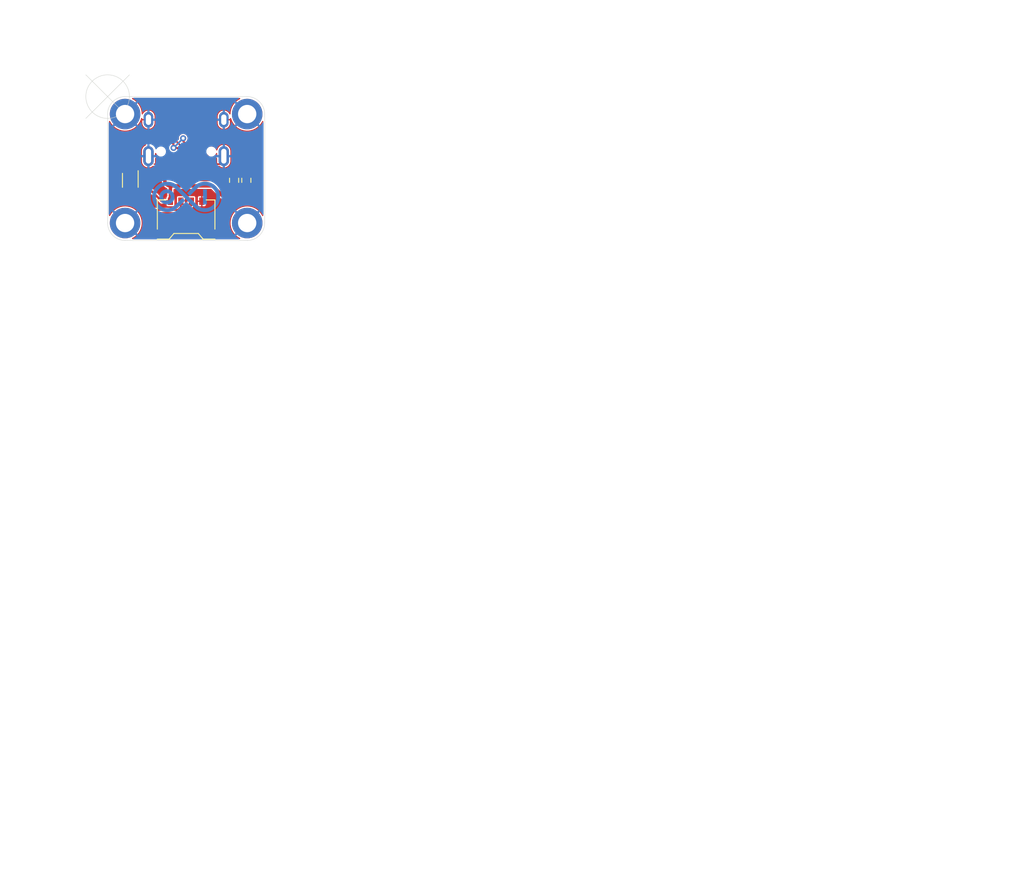
<source format=kicad_pcb>
(kicad_pcb (version 20211014) (generator pcbnew)
  (layers (0 "F.Cu" signal) (31 "B.Cu" signal) (34 "B.Paste" user) (35 "F.Paste" user) (36 "B.SilkS" user "B.Silkscreen") (37 "F.SilkS" user "F.Silkscreen") (38 "B.Mask" user) (39 "F.Mask" user) (44 "Edge.Cuts" user))
  (net 0 "")
  (net 1 "GND")
  (net 2 "DP")
  (net 3 "Net-(J1-PadB5)")
  (net 5 "DN")
  (net 6 "Net-(J1-PadA5)")
  (net 8 "UVCC")
  (net 9 "D-")
  (net 10 "D+")
  (footprint "MountingHole:MountingHole_2.2mm_M2_DIN965_Pad" (layer "F.Cu") (at 47 37)
    (fp_text reference "REF**" hide)
    (fp_text value "MountingHole_2.2mm_M2_DIN965_Pad")
    (pad "1" thru_hole circle locked (at 0 0) (size 3.5 3.5) (drill 2.1) (layers *.Cu *.Mask) (net 1 "GND"))
  )
  (footprint "MountingHole:MountingHole_2.2mm_M2_DIN965_Pad" (layer "F.Cu") (at 61 37)
    (fp_text reference "REF**" hide)
    (fp_text value "MountingHole_2.2mm_M2_DIN965_Pad")
    (pad "1" thru_hole circle locked (at 0 0) (size 3.5 3.5) (drill 2.1) (layers *.Cu *.Mask) (net 1 "GND"))
  )
  (footprint "MountingHole:MountingHole_2.2mm_M2_DIN965_Pad" (layer "F.Cu") (at 47 49.5)
    (fp_text reference "REF**" hide)
    (fp_text value "MountingHole_2.2mm_M2_DIN965_Pad")
    (pad "1" thru_hole circle locked (at 0 0) (size 3.5 3.5) (drill 2.1) (layers *.Cu *.Mask) (net 1 "GND"))
  )
  (footprint "MountingHole:MountingHole_2.2mm_M2_DIN965_Pad" (layer "F.Cu") (at 61 49.5)
    (fp_text reference "REF**" hide)
    (fp_text value "MountingHole_2.2mm_M2_DIN965_Pad")
    (pad "1" thru_hole circle locked (at 0 0) (size 3.5 3.5) (drill 2.1) (layers *.Cu *.Mask) (net 1 "GND"))
  )
  (footprint "u1:USB_C_Receptacle_HRO_TYPE-C-31-M-12" (layer "F.Cu") (at 54 38.7 180)
    (fp_text reference "J1" hide)
    (fp_text value "USB_C_Receptacle_USB2.0")
    (pad "" np_thru_hole circle locked (at -2.89 -2.6 180) (size 0.65 0.65) (drill 0.65) (layers *.Cu *.Mask))
    (pad "" np_thru_hole circle locked (at 2.89 -2.6 180) (size 0.65 0.65) (drill 0.65) (layers *.Cu *.Mask))
    (pad "A1" smd rect locked (at -3.25 -4.045 180) (size 0.6 1.45) (layers "F.Cu" "F.Paste" "F.Mask") (net 1 "GND"))
    (pad "A4" smd rect locked (at -2.45 -4.045 180) (size 0.6 1.45) (layers "F.Cu" "F.Paste" "F.Mask") (net 8 "UVCC"))
    (pad "A5" smd rect locked (at -1.25 -4.045 180) (size 0.3 1.45) (layers "F.Cu" "F.Paste" "F.Mask") (net 6 "Net-(J1-PadA5)"))
    (pad "A6" smd rect locked (at -0.25 -4.045 180) (size 0.3 1.45) (layers "F.Cu" "F.Paste" "F.Mask") (net 2 "DP"))
    (pad "A7" smd rect locked (at 0.25 -4.045 180) (size 0.3 1.45) (layers "F.Cu" "F.Paste" "F.Mask") (net 5 "DN"))
    (pad "A8" smd rect locked (at 1.25 -4.045 180) (size 0.3 1.45) (layers "F.Cu" "F.Paste" "F.Mask"))
    (pad "A9" smd rect locked (at 2.45 -4.045 180) (size 0.6 1.45) (layers "F.Cu" "F.Paste" "F.Mask") (net 8 "UVCC"))
    (pad "A12" smd rect locked (at 3.25 -4.045 180) (size 0.6 1.45) (layers "F.Cu" "F.Paste" "F.Mask") (net 1 "GND"))
    (pad "B1" smd rect locked (at 3.25 -4.045 180) (size 0.6 1.45) (layers "F.Cu" "F.Paste" "F.Mask") (net 1 "GND"))
    (pad "B4" smd rect locked (at 2.45 -4.045 180) (size 0.6 1.45) (layers "F.Cu" "F.Paste" "F.Mask") (net 8 "UVCC"))
    (pad "B5" smd rect locked (at 1.75 -4.045 180) (size 0.3 1.45) (layers "F.Cu" "F.Paste" "F.Mask") (net 3 "Net-(J1-PadB5)"))
    (pad "B6" smd rect locked (at 0.75 -4.045 180) (size 0.3 1.45) (layers "F.Cu" "F.Paste" "F.Mask") (net 2 "DP"))
    (pad "B7" smd rect locked (at -0.75 -4.045 180) (size 0.3 1.45) (layers "F.Cu" "F.Paste" "F.Mask") (net 5 "DN"))
    (pad "B8" smd rect locked (at -1.75 -4.045 180) (size 0.3 1.45) (layers "F.Cu" "F.Paste" "F.Mask"))
    (pad "B9" smd rect locked (at -2.45 -4.045 180) (size 0.6 1.45) (layers "F.Cu" "F.Paste" "F.Mask") (net 8 "UVCC"))
    (pad "B12" smd rect locked (at -3.25 -4.045 180) (size 0.6 1.45) (layers "F.Cu" "F.Paste" "F.Mask") (net 1 "GND"))
    (pad "S1" thru_hole oval locked (at 4.32 -3.13 180) (size 1.2 2.3) (drill oval 0.6 1.7) (layers *.Cu *.Mask "F.Paste") (net 1 "GND"))
    (pad "S1" thru_hole oval locked (at -4.32 1.05 180) (size 1.1 1.8) (drill oval 0.6 1.2) (layers *.Cu *.Mask "F.Paste") (net 1 "GND"))
    (pad "S1" thru_hole oval locked (at 4.32 1.05 180) (size 1.1 1.8) (drill oval 0.6 1.2) (layers *.Cu *.Mask "F.Paste") (net 1 "GND"))
    (pad "S1" thru_hole oval locked (at -4.32 -3.13 180) (size 1.2 2.3) (drill oval 0.6 1.7) (layers *.Cu *.Mask "F.Paste") (net 1 "GND"))
  )
  (footprint "Resistor_SMD:R_0603_1608Metric" (layer "F.Cu") (at 60.9 44.6 90)
    (fp_text reference "R1" hide)
    (fp_text value "5.1k")
    (fp_line (start -0.237258 0.5225) (end 0.237258 0.5225) (layer "F.SilkS") (width 0.12))
    (fp_line (start -0.237258 -0.5225) (end 0.237258 -0.5225) (layer "F.SilkS") (width 0.12))
    (pad "1" smd roundrect locked (at -0.825 0 90) (size 0.8 0.95) (layers "F.Cu" "F.Paste" "F.Mask") (net 6 "Net-(J1-PadA5)"))
    (pad "2" smd roundrect locked (at 0.825 0 90) (size 0.8 0.95) (layers "F.Cu" "F.Paste" "F.Mask") (net 1 "GND"))
  )
  (footprint "Resistor_SMD:R_0603_1608Metric" (layer "F.Cu") (at 59.5 44.6 -90)
    (fp_text reference "R2" hide)
    (fp_text value "5.1k")
    (fp_line (start -0.237258 0.5225) (end 0.237258 0.5225) (layer "F.SilkS") (width 0.12))
    (fp_line (start -0.237258 -0.5225) (end 0.237258 -0.5225) (layer "F.SilkS") (width 0.12))
    (pad "1" smd roundrect locked (at -0.825 0 270) (size 0.8 0.95) (layers "F.Cu" "F.Paste" "F.Mask") (net 1 "GND"))
    (pad "2" smd roundrect locked (at 0.825 0 270) (size 0.8 0.95) (layers "F.Cu" "F.Paste" "F.Mask") (net 3 "Net-(J1-PadB5)"))
  )
  (footprint "Package_TO_SOT_SMD:SOT-666" (layer "F.Cu") (at 47.6 44.6 -90)
    (fp_text reference "U1" hide)
    (fp_text value "USBLC6-2P6")
    (fp_line (start -0.8 0.9) (end 0.8 0.9) (layer "F.SilkS") (width 0.12))
    (fp_line (start 0.8 -0.9) (end -1.1 -0.9) (layer "F.SilkS") (width 0.12))
    (pad "1" smd rect locked (at -0.85 -0.5375 270) (size 0.5 0.375) (layers "F.Cu" "F.Paste" "F.Mask") (net 5 "DN"))
    (pad "2" smd rect locked (at -0.925 0 270) (size 0.65 0.3) (layers "F.Cu" "F.Paste" "F.Mask") (net 1 "GND"))
    (pad "3" smd rect locked (at -0.85 0.5375 270) (size 0.5 0.375) (layers "F.Cu" "F.Paste" "F.Mask") (net 2 "DP"))
    (pad "4" smd rect locked (at 0.85 0.5375 270) (size 0.5 0.375) (layers "F.Cu" "F.Paste" "F.Mask") (net 10 "D+"))
    (pad "5" smd rect locked (at 0.925 0 270) (size 0.65 0.3) (layers "F.Cu" "F.Paste" "F.Mask") (net 8 "UVCC"))
    (pad "6" smd rect locked (at 0.85 -0.5375 270) (size 0.5 0.375) (layers "F.Cu" "F.Paste" "F.Mask") (net 9 "D-"))
  )
  (footprint "u1:molex_781710004" (layer "F.Cu") (at 54 49.3)
    (fp_text reference "J2")
    (fp_text value "Conn_01x06_MountingPin")
    (fp_line (start 3.3 2.05) (end 1.95 2.05) (layer "F.SilkS") (width 0.12))
    (fp_line (start 3.3 0.9) (end 3.3 -2.45) (layer "F.SilkS") (width 0.12))
    (fp_line (start -3.3 0.9) (end -3.3 -2.45) (layer "F.SilkS") (width 0.12))
    (fp_line (start 3.3 -2.45) (end 2.3 -2.45) (layer "F.SilkS") (width 0.12))
    (fp_line (start 1.4 1.4) (end 1.95 2.05) (layer "F.SilkS") (width 0.12))
    (fp_line (start -1.4 1.4) (end 1.4 1.4) (layer "F.SilkS") (width 0.12))
    (fp_line (start -3.3 -2.45) (end -2.3 -2.45) (layer "F.SilkS") (width 0.12))
    (fp_line (start -1.4 1.4) (end -1.95 2.05) (layer "F.SilkS") (width 0.12))
    (fp_line (start -3.3 2.05) (end -1.95 2.05) (layer "F.SilkS") (width 0.12))
    (pad "1" smd rect (at -1.8 -2.3) (size 0.6 0.85) (layers "F.Cu" "F.Paste" "F.Mask") (net 8 "UVCC"))
    (pad "2" smd rect (at -0.6 -2.3) (size 0.6 0.85) (layers "F.Cu" "F.Paste" "F.Mask") (net 9 "D-"))
    (pad "3" smd rect (at 0.6 -2.3) (size 0.6 0.85) (layers "F.Cu" "F.Paste" "F.Mask") (net 10 "D+"))
    (pad "4" smd rect (at 1.8 -2.3) (size 0.6 0.85) (layers "F.Cu" "F.Paste" "F.Mask") (net 1 "GND"))
    (pad "MP" smd rect (at -2.95 1.475) (size 0.7 0.8) (layers "F.Cu" "F.Paste" "F.Mask") (net 1 "GND"))
    (pad "MP" smd rect (at 2.95 1.475) (size 0.7 0.8) (layers "F.Cu" "F.Paste" "F.Mask") (net 1 "GND"))
  )
  (footprint "u1:mini_logo" (layer "B.Cu") (at 54 46.5 180)
    (fp_text reference "G***" hide)
    (fp_text value "LOGO" hide)
    (fp_poly (pts (xy 2.274656 0.862878) (xy 2.376327 0.85068) (xy 2.473042 0.824866) (xy 2.568863 0.785709) (xy 2.693245 0.715167) (xy 2.802177 0.627895) (xy 2.894552 0.525187) (xy 2.969261 0.40834) (xy 3.025198 0.278649) (xy 3.038519 0.236162) (xy 3.057069 0.1456) (xy 3.065868 0.04282) (xy 3.064914 -0.063464) (xy 3.054209 -0.16454) (xy 3.038519 -0.236161) (xy 2.989608 -0.366124) (xy 2.921614 -0.48534) (xy 2.836568 -0.591888) (xy 2.736499 -0.683843) (xy 2.623438 -0.759282) (xy 2.499415 -0.816282) (xy 2.393402 -0.847372) (xy 2.321483 -0.858489) (xy 2.237051 -0.863898) (xy 2.149356 -0.863563) (xy 2.067642 -0.85745) (xy 2.014681 -0.848797) (xy 1.884214 -0.80852) (xy 1.762383 -0.74822) (xy 1.651406 -0.670021) (xy 1.553498 -0.576043) (xy 1.470875 -0.46841) (xy 1.405753 -0.349244) (xy 1.360878 -0.222674) (xy 1.343866 -0.131464) (xy 1.33647 -0.028514) (xy 1.33707 0) (xy 1.772227 0) (xy 1.773094 -0.055525) (xy 1.776688 -0.096127) (xy 1.784495 -0.129939) (xy 1.798003 -0.165096) (xy 1.80541 -0.181522) (xy 1.852301 -0.258236) (xy 1.916006 -0.326388) (xy 1.991279 -0.381583) (xy 2.072876 -0.419427) (xy 2.098207 -0.426842) (xy 2.132308 -0.431923) (xy 2.178999 -0.434541) (xy 2.225437 -0.434202) (xy 2.276147 -0.430007) (xy 2.319036 -0.420448) (xy 2.364714 -0.402646) (xy 2.395108 -0.388181) (xy 2.478323 -0.335598) (xy 2.544286 -0.270545) (xy 2.593007 -0.19589) (xy 2.624493 -0.114502) (xy 2.638755 -0.029249) (xy 2.635799 0.057001) (xy 2.615636 0.141379) (xy 2.578274 0.221017) (xy 2.523722 0.293046) (xy 2.451988 0.354598) (xy 2.392731 0.389337) (xy 2.348161 0.410512) (xy 2.313668 0.423422) (xy 2.280334 0.430072) (xy 2.239243 0.432469) (xy 2.199968 0.432686) (xy 2.14429 0.431435) (xy 2.103179 0.426991) (xy 2.068173 0.417813) (xy 2.030807 0.40236) (xy 2.029083 0.401561) (xy 1.953148 0.355887) (xy 1.884472 0.29491) (xy 1.829174 0.224653) (xy 1.80541 0.181522) (xy 1.78918 0.143517) (xy 1.77925 0.11014) (xy 1.774134 0.073259) (xy 1.772344 0.024739) (xy 1.772227 0) (xy 1.33707 0) (xy 1.338691 0.076927) (xy 1.350527 0.175605) (xy 1.360878 0.222674) (xy 1.399852 0.337978) (xy 1.453695 0.441934) (xy 1.525414 0.539645) (xy 1.587151 0.606345) (xy 1.685693 0.695091) (xy 1.78428 0.763012) (xy 1.887127 0.811994) (xy 1.998446 0.843922) (xy 2.122451 0.860683) (xy 2.160271 0.862927) (xy 2.274656 0.862878)) (layer "B.Cu") (width 0.01) (fill solid))
    (fp_poly (pts (xy -2.011067 1.733319) (xy -1.826497 1.707386) (xy -1.648454 1.664459) (xy -1.481125 1.605752) (xy -1.339273 1.538321) (xy -1.292174 1.512126) (xy -1.248848 1.486673) (xy -1.207549 1.460462) (xy -1.166531 1.43199) (xy -1.124049 1.399756) (xy -1.078357 1.362258) (xy -1.027709 1.317994) (xy -0.97036 1.265463) (xy -0.904564 1.203162) (xy -0.828576 1.12959) (xy -0.740649 1.043246) (xy -0.639039 0.942628) (xy -0.588819 0.892723) (xy -0.121228 0.427739) (xy -0.274064 0.274679) (xy -0.426899 0.121619) (xy -0.874427 0.567035) (xy -0.960999 0.652793) (xy -1.044834 0.735065) (xy -1.124116 0.812122) (xy -1.197029 0.882235) (xy -1.261758 0.943671) (xy -1.316487 0.994703) (xy -1.3594 1.033599) (xy -1.388682 1.058631) (xy -1.397 1.064961) (xy -1.547628 1.157391) (xy -1.703625 1.22744) (xy -1.865793 1.275364) (xy -2.034934 1.301416) (xy -2.159001 1.306775) (xy -2.332645 1.295562) (xy -2.500555 1.262442) (xy -2.661105 1.208194) (xy -2.812669 1.133598) (xy -2.953621 1.039433) (xy -3.082336 0.926479) (xy -3.180046 0.817352) (xy -3.239446 0.733899) (xy -3.297731 0.634994) (xy -3.35113 0.528124) (xy -3.395875 0.420775) (xy -3.425877 0.329046) (xy -3.437311 0.285846) (xy -3.445627 0.248503) (xy -3.451316 0.211929) (xy -3.45487 0.171041) (xy -3.456779 0.120753) (xy -3.457534 0.055981) (xy -3.457639 0) (xy -3.457395 -0.077774) (xy -3.456337 -0.137544) (xy -3.453974 -0.184395) (xy -3.449815 -0.223413) (xy -3.443369 -0.259682) (xy -3.434145 -0.298287) (xy -3.425877 -0.329045) (xy -3.392274 -0.43033) (xy -3.346589 -0.537944) (xy -3.292592 -0.6444) (xy -3.234051 -0.742213) (xy -3.180046 -0.817351) (xy -3.067233 -0.941859) (xy -2.94257 -1.047753) (xy -2.802837 -1.137638) (xy -2.749129 -1.166125) (xy -2.600007 -1.231434) (xy -2.451408 -1.275746) (xy -2.297867 -1.300363) (xy -2.159 -1.306774) (xy -1.984564 -1.296031) (xy -1.817673 -1.263623) (xy -1.657471 -1.209276) (xy -1.503101 -1.132719) (xy -1.397 -1.065034) (xy -1.378301 -1.049484) (xy -1.343951 -1.018144) (xy -1.294563 -0.971616) (xy -1.230751 -0.910501) (xy -1.15313 -0.835399) (xy -1.062312 -0.746911) (xy -0.958913 -0.645639) (xy -0.843544 -0.532183) (xy -0.716821 -0.407144) (xy -0.579357 -0.271123) (xy -0.431765 -0.124722) (xy -0.27466 0.03146) (xy -0.132773 0.172777) (xy 0.033984 0.338993) (xy 0.185286 0.489748) (xy 0.322035 0.625879) (xy 0.445135 0.748223) (xy 0.555487 0.857618) (xy 0.653994 0.9549) (xy 0.741558 1.040906) (xy 0.819082 1.116475) (xy 0.887468 1.182442) (xy 0.947618 1.239646) (xy 1.000436 1.288923) (xy 1.046823 1.33111) (xy 1.087682 1.367044) (xy 1.123915 1.397563) (xy 1.156424 1.423504) (xy 1.186113 1.445704) (xy 1.213884 1.465) (xy 1.240638 1.482228) (xy 1.267279 1.498228) (xy 1.294708 1.513834) (xy 1.323829 1.529885) (xy 1.339272 1.538321) (xy 1.495398 1.611705) (xy 1.66445 1.669553) (xy 1.841396 1.71084) (xy 2.021199 1.734541) (xy 2.198826 1.739629) (xy 2.298491 1.733684) (xy 2.457496 1.713521) (xy 2.601414 1.683727) (xy 2.736906 1.642422) (xy 2.870636 1.587728) (xy 2.946662 1.550843) (xy 3.098194 1.46455) (xy 3.235503 1.366439) (xy 3.365682 1.251341) (xy 3.388247 1.229081) (xy 3.520779 1.081613) (xy 3.632656 0.924825) (xy 3.725132 0.756683) (xy 3.799462 0.575155) (xy 3.808721 0.547865) (xy 3.844979 0.427198) (xy 3.870334 0.314287) (xy 3.886102 0.200747) (xy 3.893598 0.078193) (xy 3.894675 0) (xy 3.891357 -0.131583) (xy 3.880528 -0.249308) (xy 3.860873 -0.361559) (xy 3.831074 -0.476722) (xy 3.808721 -0.547864) (xy 3.736894 -0.731482) (xy 3.647101 -0.901421) (xy 3.538088 -1.059715) (xy 3.408599 -1.208396) (xy 3.388247 -1.22908) (xy 3.239998 -1.36172) (xy 3.079668 -1.47555) (xy 2.908988 -1.569934) (xy 2.72969 -1.644239) (xy 2.543505 -1.697831) (xy 2.352164 -1.730076) (xy 2.1574 -1.74034) (xy 2.011066 -1.733318) (xy 1.826496 -1.707385) (xy 1.648453 -1.664458) (xy 1.481124 -1.605751) (xy 1.339272 -1.53832) (xy 1.292173 -1.512125) (xy 1.248847 -1.486673) (xy 1.207548 -1.460461) (xy 1.16653 -1.431989) (xy 1.124048 -1.399755) (xy 1.078356 -1.362257) (xy 1.027708 -1.317993) (xy 0.970359 -1.265462) (xy 0.904563 -1.203161) (xy 0.828575 -1.12959) (xy 0.740648 -1.043245) (xy 0.639038 -0.942627) (xy 0.588818 -0.892723) (xy 0.121227 -0.427738) (xy 0.274065 -0.274676) (xy 0.426903 -0.121615) (xy 0.880201 -0.573375) (xy 0.986965 -0.679545) (xy 1.079256 -0.770676) (xy 1.158757 -0.848224) (xy 1.227153 -0.913647) (xy 1.286129 -0.9684) (xy 1.337369 -1.01394) (xy 1.382558 -1.051724) (xy 1.42338 -1.083207) (xy 1.46152 -1.109847) (xy 1.498663 -1.133099) (xy 1.536493 -1.15442) (xy 1.575954 -1.174894) (xy 1.718353 -1.234369) (xy 1.871703 -1.276208) (xy 2.031714 -1.300122) (xy 2.194096 -1.305822) (xy 2.354557 -1.293017) (xy 2.508807 -1.261417) (xy 2.571688 -1.242139) (xy 2.732514 -1.175526) (xy 2.88237 -1.089286) (xy 3.019306 -0.984777) (xy 3.141378 -0.863359) (xy 3.180045 -0.817351) (xy 3.239445 -0.733898) (xy 3.29773 -0.634993) (xy 3.351129 -0.528123) (xy 3.395874 -0.420774) (xy 3.425876 -0.329045) (xy 3.43731 -0.285846) (xy 3.445626 -0.248502) (xy 3.451315 -0.211928) (xy 3.454869 -0.17104) (xy 3.456778 -0.120752) (xy 3.457533 -0.05598) (xy 3.457638 0) (xy 3.457394 0.077774) (xy 3.456336 0.137545) (xy 3.453973 0.184396) (xy 3.449814 0.223414) (xy 3.443368 0.259683) (xy 3.434144 0.298288) (xy 3.425876 0.329046) (xy 3.392273 0.430331) (xy 3.346588 0.537945) (xy 3.292591 0.644401) (xy 3.23405 0.742214) (xy 3.180045 0.817352) (xy 3.067232 0.94186) (xy 2.942569 1.047754) (xy 2.802836 1.137639) (xy 2.749128 1.166125) (xy 2.600006 1.231435) (xy 2.451407 1.275747) (xy 2.297866 1.300363) (xy 2.159 1.306775) (xy 1.984529 1.296027) (xy 1.817602 1.263604) (xy 1.657378 1.209241) (xy 1.503018 1.13267) (xy 1.397 1.065012) (xy 1.378328 1.04948) (xy 1.344011 1.018167) (xy 1.294668 0.97168) (xy 1.230921 0.910626) (xy 1.153389 0.835614) (xy 1.062693 0.74725) (xy 0.959454 0.646143) (xy 0.844292 0.532899) (xy 0.717828 0.408127) (xy 0.580682 0.272433) (xy 0.433475 0.126426) (xy 0.276827 -0.029288) (xy 0.132772 -0.172753) (xy -0.034006 -0.338981) (xy -0.185329 -0.489747) (xy -0.322099 -0.62589) (xy -0.445219 -0.748245) (xy -0.55559 -0.857651) (xy -0.654116 -0.954945) (xy -0.741697 -1.040962) (xy -0.819238 -1.116542) (xy -0.88764 -1.182519) (xy -0.947805 -1.239732) (xy -1.000635 -1.289017) (xy -1.047034 -1.331212) (xy -1.087903 -1.367154) (xy -1.124144 -1.397679) (xy -1.156661 -1.423625) (xy -1.186354 -1.445829) (xy -1.214127 -1.465128) (xy -1.240882 -1.482358) (xy -1.267522 -1.498357) (xy -1.294947 -1.513963) (xy -1.324062 -1.530011) (xy -1.339273 -1.53832) (xy -1.498138 -1.612906) (xy -1.669802 -1.671167) (xy -1.84994 -1.712268) (xy -2.034224 -1.735373) (xy -2.21833 -1.739647) (xy -2.339664 -1.731534) (xy -2.536558 -1.699364) (xy -2.726752 -1.645393) (xy -2.908832 -1.5703) (xy -3.081384 -1.47476) (xy -3.242996 -1.359453) (xy -3.388248 -1.22908) (xy -3.52078 -1.081612) (xy -3.632657 -0.924824) (xy -3.725133 -0.756683) (xy -3.799463 -0.575154) (xy -3.808722 -0.547864) (xy -3.84498 -0.427197) (xy -3.870335 -0.314286) (xy -3.886103 -0.200747) (xy -3.893599 -0.078193) (xy -3.894676 0) (xy -3.891358 0.131584) (xy -3.880529 0.249308) (xy -3.860874 0.36156) (xy -3.831075 0.476723) (xy -3.808722 0.547865) (xy -3.736895 0.731483) (xy -3.647102 0.901422) (xy -3.538089 1.059716) (xy -3.4086 1.208397) (xy -3.388248 1.229081) (xy -3.239999 1.361721) (xy -3.079669 1.475551) (xy -2.908989 1.569935) (xy -2.729691 1.64424) (xy -2.543506 1.697832) (xy -2.352165 1.730077) (xy -2.157401 1.740341) (xy -2.011067 1.733319)) (layer "B.Cu") (width 0.01) (fill solid))
    (fp_poly (pts (xy -1.939637 -0.865909) (xy -2.378364 -0.865909) (xy -2.378364 0.865909) (xy -1.939637 0.865909) (xy -1.939637 -0.865909)) (layer "B.Cu") (width 0) (fill solid))
  )
  (gr_line (start 61 35) (end 47 35) (layer "Edge.Cuts") (width 0.05))
  (gr_arc (start 45 37) (mid 45.585786 35.585786) (end 47 35) (layer "Edge.Cuts") (width 0.05))
  (gr_arc (start 63 49.5) (mid 62.414214 50.914214) (end 61 51.5) (layer "Edge.Cuts") (width 0.05))
  (gr_line (start 63 49.5) (end 63 37) (layer "Edge.Cuts") (width 0.05))
  (gr_arc (start 47 51.5) (mid 45.585786 50.914214) (end 45 49.5) (layer "Edge.Cuts") (width 0.05))
  (gr_line (start 47 51.5) (end 61 51.5) (layer "Edge.Cuts") (width 0.05))
  (gr_line (start 45 37) (end 45 49.5) (layer "Edge.Cuts") (width 0.05))
  (gr_arc (start 61 35) (mid 62.414214 35.585786) (end 63 37) (layer "Edge.Cuts") (width 0.05))
  (target x (at 45 35) (size 5) (width 0.05) (layer "Edge.Cuts"))
  (segment (start 58.32 41.83) (end 58.32 42.49) (width 0.2) (layer "F.Cu") (net 1))
  (segment (start 58.065 42.745) (end 57.25 42.745) (width 0.2) (layer "F.Cu") (net 1))
  (segment (start 49.68 43.645) (end 49.68 41.83) (width 0.25) (layer "F.Cu") (net 1))
  (segment (start 47.875 44.35) (end 48.975 44.35) (width 0.25) (layer "F.Cu") (net 1))
  (segment (start 47.6 44.075) (end 47.875 44.35) (width 0.25) (layer "F.Cu") (net 1))
  (segment (start 47.6 43.675) (end 47.6 44.075) (width 0.25) (layer "F.Cu") (net 1))
  (segment (start 58.32 42.49) (end 58.065 42.745) (width 0.2) (layer "F.Cu") (net 1))
  (segment (start 48.975 44.35) (end 49.68 43.645) (width 0.25) (layer "F.Cu") (net 1))
  (segment (start 54.25 43.725) (end 54.25 42.745) (width 0.2) (layer "F.Cu") (net 2))
  (segment (start 47.35 42.925) (end 47.0625 43.2125) (width 0.2) (layer "F.Cu") (net 2))
  (segment (start 48.875 39.75) (end 47.35 41.275) (width 0.2) (layer "F.Cu") (net 2))
  (segment (start 54.25 41.5) (end 52.5 39.75) (width 0.2) (layer "F.Cu") (net 2))
  (segment (start 52.5 39.75) (end 48.875 39.75) (width 0.2) (layer "F.Cu") (net 2))
  (segment (start 53.25 43.725) (end 53.525 44) (width 0.2) (layer "F.Cu") (net 2))
  (segment (start 53.525 44) (end 53.975 44) (width 0.2) (layer "F.Cu") (net 2))
  (segment (start 47.35 41.275) (end 47.35 42.925) (width 0.2) (layer "F.Cu") (net 2))
  (segment (start 54.25 42.745) (end 54.25 41.5) (width 0.2) (layer "F.Cu") (net 2))
  (segment (start 53.25 42.745) (end 53.25 43.725) (width 0.2) (layer "F.Cu") (net 2))
  (segment (start 53.975 44) (end 54.25 43.725) (width 0.2) (layer "F.Cu") (net 2))
  (segment (start 47.0625 43.2125) (end 47.0625 43.75) (width 0.2) (layer "F.Cu") (net 2))
  (segment (start 58.325 45.425) (end 59.5 45.425) (width 0.2) (layer "F.Cu") (net 3))
  (segment (start 53.06 44.6) (end 57.5 44.6) (width 0.2) (layer "F.Cu") (net 3))
  (segment (start 57.5 44.6) (end 58.325 45.425) (width 0.2) (layer "F.Cu") (net 3))
  (segment (start 52.25 42.745) (end 52.25 43.79) (width 0.2) (layer "F.Cu") (net 3))
  (segment (start 52.25 43.79) (end 53.06 44.6) (width 0.2) (layer "F.Cu") (net 3))
  (segment (start 47.875 42.925) (end 47.875 41.425) (width 0.2) (layer "F.Cu") (net 5))
  (segment (start 52.56 40.88) (end 52.96 40.88) (width 0.2) (layer "F.Cu") (net 5))
  (segment (start 48.1375 43.1875) (end 47.875 42.925) (width 0.2) (layer "F.Cu") (net 5))
  (segment (start 52.96 40.88) (end 53.75 41.67) (width 0.2) (layer "F.Cu") (net 5))
  (segment (start 53.75 41.67) (end 53.75 42.745) (width 0.2) (layer "F.Cu") (net 5))
  (segment (start 52.56 40.48) (end 52.56 40.88) (width 0.2) (layer "F.Cu") (net 5))
  (segment (start 49.1 40.2) (end 52.28 40.2) (width 0.2) (layer "F.Cu") (net 5))
  (segment (start 52.28 40.2) (end 52.56 40.48) (width 0.2) (layer "F.Cu") (net 5))
  (segment (start 53.66 39.78) (end 53.66 40.11) (width 0.2) (layer "F.Cu") (net 5))
  (segment (start 53.66 40.11) (end 54.75 41.2) (width 0.2) (layer "F.Cu") (net 5))
  (segment (start 48.1375 43.75) (end 48.1375 43.1875) (width 0.2) (layer "F.Cu") (net 5))
  (segment (start 54.75 41.2) (end 54.75 42.745) (width 0.2) (layer "F.Cu") (net 5))
  (segment (start 47.875 41.425) (end 49.1 40.2) (width 0.2) (layer "F.Cu") (net 5))
  (via (at 52.56 40.88) (size 0.7) (drill 0.35) (layers "F.Cu" "B.Cu") (net 5))
  (via (at 53.66 39.78) (size 0.7) (drill 0.35) (layers "F.Cu" "B.Cu") (net 5))
  (segment (start 53.66 39.78) (end 52.56 40.88) (width 0.2) (layer "B.Cu") (net 5))
  (segment (start 60.9 44.6) (end 58.3 44.6) (width 0.2) (layer "F.Cu") (net 6))
  (segment (start 57.7 44) (end 55.525 44) (width 0.2) (layer "F.Cu") (net 6))
  (segment (start 55.25 43.725) (end 55.25 42.745) (width 0.2) (layer "F.Cu") (net 6))
  (segment (start 60.9 45.425) (end 60.9 44.6) (width 0.2) (layer "F.Cu") (net 6))
  (segment (start 55.525 44) (end 55.25 43.725) (width 0.2) (layer "F.Cu") (net 6))
  (segment (start 58.3 44.6) (end 57.7 44) (width 0.2) (layer "F.Cu") (net 6))
  (segment (start 57.04 45.24) (end 52.2 45.24) (width 0.4) (layer "F.Cu") (net 8))
  (segment (start 56.9 39.9) (end 59.4 39.9) (width 0.4) (layer "F.Cu") (net 8))
  (segment (start 59.4 39.9) (end 62.06 42.56) (width 0.4) (layer "F.Cu") (net 8))
  (segment (start 61.03 46.57) (end 58.37 46.57) (width 0.4) (layer "F.Cu") (net 8))
  (segment (start 58.37 46.57) (end 57.04 45.24) (width 0.4) (layer "F.Cu") (net 8))
  (segment (start 47.87 44.85) (end 49.05 44.85) (width 0.25) (layer "F.Cu") (net 8))
  (segment (start 49.05 44.85) (end 51.2 47) (width 0.25) (layer "F.Cu") (net 8))
  (segment (start 51.55 44.590004) (end 51.55 42.745) (width 0.4) (layer "F.Cu") (net 8))
  (segment (start 56.45 41.925) (end 56.025 41.5) (width 0.4) (layer "F.Cu") (net 8))
  (segment (start 62.06 42.56) (end 62.06 45.54) (width 0.4) (layer "F.Cu") (net 8))
  (segment (start 47.6 45.525) (end 47.6 45.12) (width 0.25) (layer "F.Cu") (net 8))
  (segment (start 51.5 42.795) (end 51.55 42.745) (width 0.4) (layer "F.Cu") (net 8))
  (segment (start 56.45 42.745) (end 56.45 41.925) (width 0.4) (layer "F.Cu") (net 8))
  (segment (start 62.06 45.54) (end 61.03 46.57) (width 0.4) (layer "F.Cu") (net 8))
  (segment (start 52.2 47) (end 52.2 45.24) (width 0.4) (layer "F.Cu") (net 8))
  (segment (start 56.025 40.775) (end 56.9 39.9) (width 0.4) (layer "F.Cu") (net 8))
  (segment (start 56.025 41.5) (end 56.025 40.775) (width 0.4) (layer "F.Cu") (net 8))
  (segment (start 47.6 45.12) (end 47.87 44.85) (width 0.25) (layer "F.Cu") (net 8))
  (segment (start 51.2 47) (end 52.2 47) (width 0.25) (layer "F.Cu") (net 8))
  (arc (start 51.55 44.590004) (mid 51.740379 45.049621) (end 52.2 45.24) (width 0.4) (layer "F.Cu") (net 8))
  (segment (start 48.1375 45.45) (end 48.1375 46.0625) (width 0.2) (layer "F.Cu") (net 9))
  (segment (start 53.05 48) (end 53.4 47.65) (width 0.2) (layer "F.Cu") (net 9))
  (segment (start 48.1375 46.0625) (end 50.075 48) (width 0.2) (layer "F.Cu") (net 9))
  (segment (start 53.4 47.65) (end 53.4 47) (width 0.2) (layer "F.Cu") (net 9))
  (segment (start 50.075 48) (end 53.05 48) (width 0.2) (layer "F.Cu") (net 9))
  (segment (start 47.0625 45.45) (end 47.0625 46.1125) (width 0.2) (layer "F.Cu") (net 10))
  (segment (start 47.0625 46.1125) (end 49.72 48.77) (width 0.2) (layer "F.Cu") (net 10))
  (segment (start 53.31 48.77) (end 54.6 47.48) (width 0.2) (layer "F.Cu") (net 10))
  (segment (start 49.72 48.77) (end 53.31 48.77) (width 0.2) (layer "F.Cu") (net 10))
  (segment (start 54.6 47.48) (end 54.6 47) (width 0.2) (layer "F.Cu") (net 10))
  (zone (net 1) (net_name "GND") (layer "F.Cu") (connect_pads (clearance 0.15)) (min_thickness 0.15) (fill yes (thermal_gap 0.15) (thermal_bridge_width 0.15))
    (polygon (pts (xy 63 51.5) (xy 45 51.5) (xy 45 35) (xy 63 35)))
  )
  (zone (net 1) (net_name "GND") (layer "B.Cu") (connect_pads (clearance 0.127)) (min_thickness 0.127) (fill yes (thermal_gap 0.254) (thermal_bridge_width 0.254))
    (polygon (pts (xy 63 51.5) (xy 45 51.5) (xy 45 35) (xy 63 35)))
  )
)
</source>
